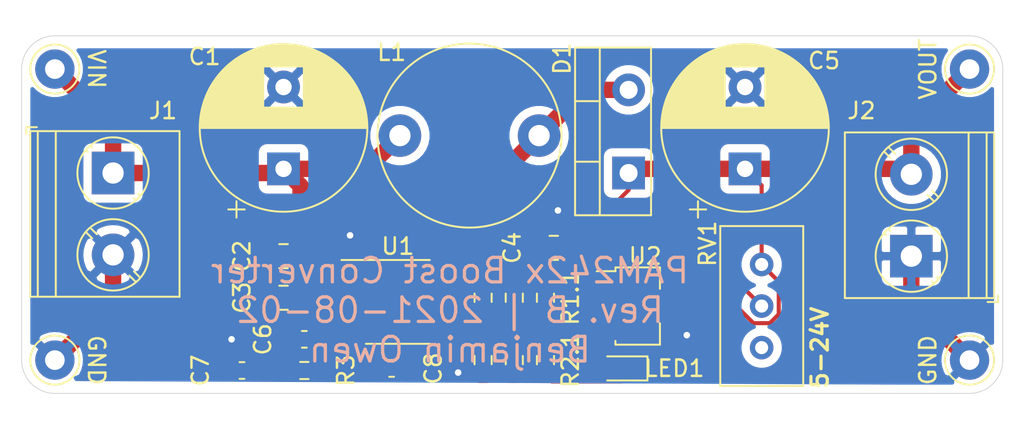
<source format=kicad_pcb>
(kicad_pcb (version 20211014) (generator pcbnew)
  (title_block (title "PAM242x Boost Converter") (date "2021-08-02") (rev "B") (company "Ben's Universe Electronics") (comment 1 "Benjamin Owen"))
  (layers (0 "F.Cu" signal) (31 "B.Cu" signal) (34 "B.Paste" user) (35 "F.Paste" user) (36 "B.SilkS" user "B.Silkscreen") (37 "F.SilkS" user "F.Silkscreen") (38 "B.Mask" user) (39 "F.Mask" user) (44 "Edge.Cuts" user))
  (net 0 "")
  (net 1 "GND")
  (net 2 "VIN")
  (net 3 "VOUT")
  (net 4 "Net-(C6-Pad1)")
  (net 5 "Net-(C7-Pad1)")
  (net 6 "Net-(C8-Pad1)")
  (net 7 "Net-(D1-Pad2)")
  (net 8 "Net-(LED1-Pad2)")
  (net 9 "Net-(R1.2-Pad1)")
  (net 10 "Net-(R1.3-Pad1)")
  (net 11 "Net-(R1.1-Pad1)")
  (net 12 "Net-(R1.1-Pad2)")
  (net 13 "Net-(R2.2-Pad2)")
  (net 14 "Net-(R2.1-Pad2)")
  (net 15 "Net-(RV1-Pad3)")
  (net 16 "Net-(U2-Pad3)")
  (footprint "Capacitor_THT:CP_Radial_D10.0mm_P5.00mm" (layer "F.Cu") (at 125.73 87.376 90)
    (fp_text reference "C1" (at 6.858 -4.826 180) (layer "F.SilkS"))
    (fp_text value "470uF")
    (pad "1" thru_hole rect locked (at 0 0 90) (size 2 2) (drill 1) (layers *.Cu *.Mask) (net 2 "VIN"))
    (pad "2" thru_hole circle locked (at 5 0 90) (size 2 2) (drill 1) (layers *.Cu *.Mask) (net 1 "GND"))
  )
  (footprint "Capacitor_SMD:C_0805_2012Metric_Pad1.18x1.45mm_HandSolder" (layer "F.Cu") (at 125.73 92.71 180)
    (fp_text reference "C2" (at 2.54 0 90) (layer "F.SilkS"))
    (fp_text value "10uF")
    (pad "1" smd roundrect locked (at -1.0375 0 180) (size 1.175 1.45) (layers "F.Cu" "F.Paste" "F.Mask") (roundrect_rratio 0.212766) (net 2 "VIN"))
    (pad "2" smd roundrect locked (at 1.0375 0 180) (size 1.175 1.45) (layers "F.Cu" "F.Paste" "F.Mask") (roundrect_rratio 0.212766) (net 1 "GND"))
  )
  (footprint "Capacitor_SMD:C_0805_2012Metric_Pad1.18x1.45mm_HandSolder" (layer "F.Cu") (at 125.73 95.25 180)
    (fp_text reference "C3" (at 2.54 0 90) (layer "F.SilkS"))
    (fp_text value "1uF")
    (pad "1" smd roundrect locked (at -1.0375 0 180) (size 1.175 1.45) (layers "F.Cu" "F.Paste" "F.Mask") (roundrect_rratio 0.212766) (net 2 "VIN"))
    (pad "2" smd roundrect locked (at 1.0375 0 180) (size 1.175 1.45) (layers "F.Cu" "F.Paste" "F.Mask") (roundrect_rratio 0.212766) (net 1 "GND"))
  )
  (footprint "Capacitor_SMD:C_0805_2012Metric_Pad1.18x1.45mm_HandSolder" (layer "F.Cu") (at 142.24 92.202 180)
    (fp_text reference "C4" (at 2.54 0 90) (layer "F.SilkS"))
    (fp_text value "10uF")
    (pad "1" smd roundrect locked (at -1.0375 0 180) (size 1.175 1.45) (layers "F.Cu" "F.Paste" "F.Mask") (roundrect_rratio 0.212766) (net 3 "VOUT"))
    (pad "2" smd roundrect locked (at 1.0375 0 180) (size 1.175 1.45) (layers "F.Cu" "F.Paste" "F.Mask") (roundrect_rratio 0.212766) (net 1 "GND"))
  )
  (footprint "Capacitor_THT:CP_Radial_D10.0mm_P5.00mm" (layer "F.Cu") (at 153.924 87.376 90)
    (fp_text reference "C5" (at 6.604 4.826 180) (layer "F.SilkS"))
    (fp_text value "470uF")
    (pad "1" thru_hole rect locked (at 0 0 90) (size 2 2) (drill 1) (layers *.Cu *.Mask) (net 3 "VOUT"))
    (pad "2" thru_hole circle locked (at 5 0 90) (size 2 2) (drill 1) (layers *.Cu *.Mask) (net 1 "GND"))
  )
  (footprint "Capacitor_SMD:C_0603_1608Metric_Pad1.08x0.95mm_HandSolder" (layer "F.Cu") (at 127 97.79 180)
    (fp_text reference "C6" (at 2.54 0 90) (layer "F.SilkS"))
    (fp_text value "47pF")
    (pad "1" smd roundrect locked (at -0.8625 0 180) (size 1.075 0.95) (layers "F.Cu" "F.Paste" "F.Mask") (net 4 "Net-(C6-Pad1)"))
    (pad "2" smd roundrect locked (at 0.8625 0 180) (size 1.075 0.95) (layers "F.Cu" "F.Paste" "F.Mask") (net 1 "GND"))
  )
  (footprint "Capacitor_SMD:C_0603_1608Metric_Pad1.08x0.95mm_HandSolder" (layer "F.Cu") (at 123.19 99.695 180)
    (fp_text reference "C7" (at 2.54 0 90) (layer "F.SilkS"))
    (fp_text value "2.2nF")
    (pad "1" smd roundrect locked (at -0.8625 0 180) (size 1.075 0.95) (layers "F.Cu" "F.Paste" "F.Mask") (net 5 "Net-(C7-Pad1)"))
    (pad "2" smd roundrect locked (at 0.8625 0 180) (size 1.075 0.95) (layers "F.Cu" "F.Paste" "F.Mask") (net 1 "GND"))
  )
  (footprint "Capacitor_SMD:C_0603_1608Metric_Pad1.08x0.95mm_HandSolder" (layer "F.Cu") (at 132.334 99.568)
    (fp_text reference "C8" (at 2.54 0 90) (layer "F.SilkS"))
    (fp_text value "10nF")
    (pad "1" smd roundrect locked (at -0.8625 0) (size 1.075 0.95) (layers "F.Cu" "F.Paste" "F.Mask") (net 6 "Net-(C8-Pad1)"))
    (pad "2" smd roundrect locked (at 0.8625 0) (size 1.075 0.95) (layers "F.Cu" "F.Paste" "F.Mask") (net 1 "GND"))
  )
  (footprint "Package_TO_SOT_THT:TO-220-2_Vertical" (layer "F.Cu") (at 146.812 87.63 90)
    (fp_text reference "D1" (at 6.985 -4.064 270) (layer "F.SilkS"))
    (fp_text value "D_Schottky")
    (pad "1" thru_hole rect locked (at 0 0 90) (size 2 2) (drill 1.1) (layers *.Cu *.Mask) (net 3 "VOUT"))
    (pad "2" thru_hole oval locked (at 5.08 0 90) (size 2 2) (drill 1.1) (layers *.Cu *.Mask) (net 7 "Net-(D1-Pad2)"))
  )
  (footprint "TerminalBlock_Phoenix:TerminalBlock_Phoenix_PT-1,5-2-5.0-H_1x02_P5.00mm_Horizontal" (layer "F.Cu") (at 115.316 87.63 -90)
    (fp_text reference "J1" (at -3.81 -3.048 180) (layer "F.SilkS"))
    (fp_text value "Screw terminal")
    (pad "1" thru_hole rect locked (at 0 0 270) (size 2.6 2.6) (drill 1.3) (layers *.Cu *.Mask) (net 2 "VIN"))
    (pad "2" thru_hole circle locked (at 5 0 270) (size 2.6 2.6) (drill 1.3) (layers *.Cu *.Mask) (net 1 "GND"))
  )
  (footprint "TerminalBlock_Phoenix:TerminalBlock_Phoenix_PT-1,5-2-5.0-H_1x02_P5.00mm_Horizontal" (layer "F.Cu") (at 164.084 92.71 90)
    (fp_text reference "J2" (at 8.89 -3.048 180) (layer "F.SilkS"))
    (fp_text value "Screw terminal")
    (pad "1" thru_hole rect locked (at 0 0 90) (size 2.6 2.6) (drill 1.3) (layers *.Cu *.Mask) (net 1 "GND"))
    (pad "2" thru_hole circle locked (at 5 0 90) (size 2.6 2.6) (drill 1.3) (layers *.Cu *.Mask) (net 3 "VOUT"))
  )
  (footprint "Connector_Pin:Pin_D1.0mm_L10.0mm_LooseFit" (layer "F.Cu") (at 111.76 81.28 90)
    (fp_text reference "VIN" (at 0 2.54 270 unlocked) (layer "F.SilkS"))
    (fp_text value "Pin header")
    (pad "1" thru_hole circle locked (at 0 0 90) (size 2.4 2.4) (drill 1.2) (layers *.Cu *.Mask) (net 2 "VIN"))
  )
  (footprint "Connector_Pin:Pin_D1.0mm_L10.0mm_LooseFit" (layer "F.Cu") (at 111.76 99.06 90)
    (fp_text reference "GND" (at 0 2.54 270 unlocked) (layer "F.SilkS"))
    (fp_text value "Pin header")
    (pad "1" thru_hole circle locked (at 0 0 90) (size 2.4 2.4) (drill 1.2) (layers *.Cu *.Mask) (net 1 "GND"))
  )
  (footprint "Connector_Pin:Pin_D1.0mm_L10.0mm_LooseFit" (layer "F.Cu") (at 167.64 81.28 -90)
    (fp_text reference "VOUT" (at 0 2.54 90) (layer "F.SilkS"))
    (fp_text value "Pin header")
    (pad "1" thru_hole circle locked (at 0 0 270) (size 2.4 2.4) (drill 1.2) (layers *.Cu *.Mask) (net 3 "VOUT"))
  )
  (footprint "Connector_Pin:Pin_D1.0mm_L10.0mm_LooseFit" (layer "F.Cu") (at 167.64 99.06 -90)
    (fp_text reference "GND" (at 0 2.54 90) (layer "F.SilkS"))
    (fp_text value "Pin header")
    (pad "1" thru_hole circle locked (at 0 0 270) (size 2.4 2.4) (drill 1.2) (layers *.Cu *.Mask) (net 1 "GND"))
  )
  (footprint "Inductor_THT:L_Radial_D11.0mm_P8.50mm" (layer "F.Cu") (at 132.842 85.344)
    (fp_text reference "L1" (at -0.508 -5.08) (layer "F.SilkS"))
    (fp_text value "6.8uH")
    (pad "1" thru_hole circle locked (at 0 0) (size 2.6 2.6) (drill 1.3) (layers *.Cu *.Mask) (net 2 "VIN"))
    (pad "2" thru_hole circle locked (at 8.5 0) (size 2.6 2.6) (drill 1.3) (layers *.Cu *.Mask) (net 7 "Net-(D1-Pad2)"))
  )
  (footprint "LED_SMD:LED_0603_1608Metric_Pad1.05x0.95mm_HandSolder" (layer "F.Cu") (at 146.304 99.568 180)
    (fp_text reference "LED1" (at -3.302 0 180) (layer "F.SilkS"))
    (fp_text value "GREEN")
    (pad "1" smd roundrect locked (at -0.875 0 180) (size 1.05 0.95) (layers "F.Cu" "F.Paste" "F.Mask") (net 1 "GND"))
    (pad "2" smd roundrect locked (at 0.875 0 180) (size 1.05 0.95) (layers "F.Cu" "F.Paste" "F.Mask") (net 8 "Net-(LED1-Pad2)"))
  )
  (footprint "Resistor_SMD:R_0603_1608Metric_Pad0.98x0.95mm_HandSolder" (layer "F.Cu") (at 141.732 95.25 -90)
    (fp_text reference "R1.3" hide)
    (fp_text value "10K")
    (pad "1" smd roundrect locked (at -0.9125 0 270) (size 0.975 0.95) (layers "F.Cu" "F.Paste" "F.Mask") (net 10 "Net-(R1.3-Pad1)"))
    (pad "2" smd roundrect locked (at 0.9125 0 270) (size 0.975 0.95) (layers "F.Cu" "F.Paste" "F.Mask") (net 9 "Net-(R1.2-Pad1)"))
  )
  (footprint "Resistor_SMD:R_0603_1608Metric_Pad0.98x0.95mm_HandSolder" (layer "F.Cu") (at 139.827 95.25 90)
    (fp_text reference "R1.2" hide)
    (fp_text value "9K1")
    (pad "1" smd roundrect locked (at -0.9125 0 90) (size 0.975 0.95) (layers "F.Cu" "F.Paste" "F.Mask") (net 9 "Net-(R1.2-Pad1)"))
    (pad "2" smd roundrect locked (at 0.9125 0 90) (size 0.975 0.95) (layers "F.Cu" "F.Paste" "F.Mask") (net 11 "Net-(R1.1-Pad1)"))
  )
  (footprint "Resistor_SMD:R_0603_1608Metric_Pad0.98x0.95mm_HandSolder" (layer "F.Cu") (at 137.922 95.25 -90)
    (fp_text reference "R1.1" (at 0 -5.334 90) (layer "F.SilkS"))
    (fp_text value "560")
    (pad "1" smd roundrect locked (at -0.9125 0 270) (size 0.975 0.95) (layers "F.Cu" "F.Paste" "F.Mask") (net 11 "Net-(R1.1-Pad1)"))
    (pad "2" smd roundrect locked (at 0.9125 0 270) (size 0.975 0.95) (layers "F.Cu" "F.Paste" "F.Mask") (net 12 "Net-(R1.1-Pad2)"))
  )
  (footprint "Resistor_SMD:R_0603_1608Metric_Pad0.98x0.95mm_HandSolder" (layer "F.Cu") (at 139.827 99.06 90)
    (fp_text reference "R2.2" hide)
    (fp_text value "1K3")
    (pad "1" smd roundrect locked (at -0.9125 0 90) (size 0.975 0.95) (layers "F.Cu" "F.Paste" "F.Mask") (net 14 "Net-(R2.1-Pad2)"))
    (pad "2" smd roundrect locked (at 0.9125 0 90) (size 0.975 0.95) (layers "F.Cu" "F.Paste" "F.Mask") (net 13 "Net-(R2.2-Pad2)"))
  )
  (footprint "Resistor_SMD:R_0603_1608Metric_Pad0.98x0.95mm_HandSolder" (layer "F.Cu") (at 141.732 99.06 -90)
    (fp_text reference "R2.3" hide)
    (fp_text value "5K1")
    (pad "1" smd roundrect locked (at -0.9125 0 270) (size 0.975 0.95) (layers "F.Cu" "F.Paste" "F.Mask") (net 13 "Net-(R2.2-Pad2)"))
    (pad "2" smd roundrect locked (at 0.9125 0 270) (size 0.975 0.95) (layers "F.Cu" "F.Paste" "F.Mask") (net 1 "GND"))
  )
  (footprint "Resistor_SMD:R_0603_1608Metric_Pad0.98x0.95mm_HandSolder" (layer "F.Cu") (at 137.922 99.06 -90)
    (fp_text reference "R2.1" (at 0 -5.334 -90) (layer "F.SilkS"))
    (fp_text value "240")
    (pad "1" smd roundrect locked (at -0.9125 0 270) (size 0.975 0.95) (layers "F.Cu" "F.Paste" "F.Mask") (net 12 "Net-(R1.1-Pad2)"))
    (pad "2" smd roundrect locked (at 0.9125 0 270) (size 0.975 0.95) (layers "F.Cu" "F.Paste" "F.Mask") (net 14 "Net-(R2.1-Pad2)"))
  )
  (footprint "Resistor_SMD:R_0603_1608Metric_Pad0.98x0.95mm_HandSolder" (layer "F.Cu") (at 127 99.695 180)
    (fp_text reference "R3" (at -2.54 0 90) (layer "F.SilkS"))
    (fp_text value "51K")
    (pad "1" smd roundrect locked (at -0.9125 0 180) (size 0.975 0.95) (layers "F.Cu" "F.Paste" "F.Mask") (net 4 "Net-(C6-Pad1)"))
    (pad "2" smd roundrect locked (at 0.9125 0 180) (size 0.975 0.95) (layers "F.Cu" "F.Paste" "F.Mask") (net 5 "Net-(C7-Pad1)"))
  )
  (footprint "Package_SO:SOP-8_3.9x4.9mm_P1.27mm" (layer "F.Cu") (at 132.715 95.504)
    (fp_text reference "U1" (at 0 -3.4) (layer "F.SilkS"))
    (fp_text value "PAM242x")
    (pad "1" smd roundrect locked (at -2.625 -1.905) (size 1.65 0.6) (layers "F.Cu" "F.Paste" "F.Mask") (net 1 "GND"))
    (pad "2" smd roundrect locked (at -2.625 -0.635) (size 1.65 0.6) (layers "F.Cu" "F.Paste" "F.Mask") (net 2 "VIN"))
    (pad "3" smd roundrect locked (at -2.625 0.635) (size 1.65 0.6) (layers "F.Cu" "F.Paste" "F.Mask") (net 2 "VIN"))
    (pad "4" smd roundrect locked (at -2.625 1.905) (size 1.65 0.6) (layers "F.Cu" "F.Paste" "F.Mask") (net 4 "Net-(C6-Pad1)"))
    (pad "5" smd roundrect locked (at 2.625 1.905) (size 1.65 0.6) (layers "F.Cu" "F.Paste" "F.Mask") (net 1 "GND"))
    (pad "6" smd roundrect locked (at 2.625 0.635) (size 1.65 0.6) (layers "F.Cu" "F.Paste" "F.Mask") (net 12 "Net-(R1.1-Pad2)"))
    (pad "7" smd roundrect locked (at 2.625 -0.635) (size 1.65 0.6) (layers "F.Cu" "F.Paste" "F.Mask") (net 6 "Net-(C8-Pad1)"))
    (pad "8" smd roundrect locked (at 2.625 -1.905) (size 1.65 0.6) (layers "F.Cu" "F.Paste" "F.Mask") (net 7 "Net-(D1-Pad2)"))
  )
  (footprint "Package_TO_SOT_SMD:SOT-89-3" (layer "F.Cu") (at 147.066 95.758)
    (fp_text reference "U2" (at 0.762 -3.048) (layer "F.SilkS"))
    (fp_text value "CL2N8-G")
    (pad "1" smd rect locked (at -1.65 -1.5) (size 1.3 0.9) (layers "F.Cu" "F.Paste" "F.Mask") (net 3 "VOUT"))
    (pad "2" smd custom locked (at -1.5625 0) (size 1.475 0.9) (layers "F.Cu" "F.Paste" "F.Mask") (net 8 "Net-(LED1-Pad2)") (options (clearance outline) (anchor rect)) (primitives (gr_poly (pts (xy 3.8625 0.8665) (xy 0.7375 0.8665) (xy 0.7375 -0.8665) (xy 3.8625 -0.8665)) (width 0) (fill yes))))
    (pad "3" smd rect locked (at -1.65 1.5) (size 1.3 0.9) (layers "F.Cu" "F.Paste" "F.Mask") (net 16 "Net-(U2-Pad3)"))
  )
  (footprint "Potentiometer_THT:Potentiometer_Bourns_3296W_Vertical" (layer "F.Cu") (at 154.94 93.218 90)
    (fp_text reference "RV1" (at 1.27 -3.302 90) (layer "F.SilkS"))
    (fp_text value "100K")
    (pad "1" thru_hole circle locked (at 0 0 90) (size 1.44 1.44) (drill 0.8) (layers *.Cu *.Mask) (net 3 "VOUT"))
    (pad "2" thru_hole circle locked (at -2.54 0 90) (size 1.44 1.44) (drill 0.8) (layers *.Cu *.Mask) (net 10 "Net-(R1.3-Pad1)"))
    (pad "3" thru_hole circle locked (at -5.08 0 90) (size 1.44 1.44) (drill 0.8) (layers *.Cu *.Mask) (net 15 "Net-(RV1-Pad3)"))
  )
  (gr_arc (start 167.64 79.248) (mid 169.076841 79.843159) (end 169.672 81.28) (layer "Edge.Cuts") (width 0.05))
  (gr_arc (start 111.76 101.092) (mid 110.323159 100.496841) (end 109.728 99.06) (layer "Edge.Cuts") (width 0.05))
  (gr_arc (start 109.728 81.28) (mid 110.323159 79.843159) (end 111.76 79.248) (layer "Edge.Cuts") (width 0.05))
  (gr_arc (start 169.672 99.06) (mid 169.076841 100.496841) (end 167.64 101.092) (layer "Edge.Cuts") (width 0.05))
  (gr_line (start 167.64 79.248) (end 111.76 79.248) (layer "Edge.Cuts") (width 0.05))
  (gr_line (start 111.76 101.092) (end 167.64 101.092) (layer "Edge.Cuts") (width 0.05))
  (gr_line (start 169.672 99.06) (end 169.672 81.28) (layer "Edge.Cuts") (width 0.05))
  (gr_line (start 109.728 81.28) (end 109.728 99.06) (layer "Edge.Cuts") (width 0.05))
  (gr_text "PAM242x Boost Converter\nRev. B | 2021-08-02\nBenjamin Owen" (at 135.89 96.012) (layer "B.SilkS") (effects (font (size 1.5 1.5) (thickness 0.2)) (justify mirror)))
  (gr_text "5-24V" (at 158.496 98.298 90) (layer "F.SilkS") (effects (font (size 1 1) (thickness 0.2))))
  (segment (start 146.37899 100.36801) (end 147.179 99.568) (width 0.25) (layer "F.Cu") (net 1))
  (segment (start 135.34 97.409) (end 135.34 98.764) (width 1) (layer "F.Cu") (net 1))
  (segment (start 164.084 95.504) (end 167.64 99.06) (width 1) (layer "F.Cu") (net 1))
  (segment (start 124.6925 95.6525) (end 124.6925 95.25) (width 0.25) (layer "F.Cu") (net 1))
  (segment (start 147.179 99.568) (end 148.336 99.568) (width 0.25) (layer "F.Cu") (net 1))
  (segment (start 148.336 99.568) (end 150.368 97.536) (width 0.25) (layer "F.Cu") (net 1))
  (segment (start 141.2025 91.2075) (end 142.494 89.916) (width 0.25) (layer "F.Cu") (net 1))
  (segment (start 124.6925 92.71) (end 124.6925 95.25) (width 0.25) (layer "F.Cu") (net 1))
  (segment (start 142.12751 100.36801) (end 146.37899 100.36801) (width 0.25) (layer "F.Cu") (net 1))
  (segment (start 115.316 95.504) (end 111.76 99.06) (width 1) (layer "F.Cu") (net 1))
  (segment (start 122.555 97.79) (end 124.6925 95.6525) (width 0.25) (layer "F.Cu") (net 1))
  (segment (start 164.084 92.71) (end 164.084 95.504) (width 1) (layer "F.Cu") (net 1))
  (segment (start 141.2025 92.202) (end 141.2025 91.2075) (width 0.25) (layer "F.Cu") (net 1))
  (segment (start 130.09 91.736) (end 129.794 91.44) (width 1) (layer "F.Cu") (net 1))
  (segment (start 115.316 92.63) (end 115.316 95.504) (width 1) (layer "F.Cu") (net 1))
  (segment (start 141.732 99.9725) (end 142.12751 100.36801) (width 0.25) (layer "F.Cu") (net 1))
  (segment (start 135.34 98.764) (end 136.398 99.822) (width 1) (layer "F.Cu") (net 1))
  (segment (start 130.09 93.599) (end 130.09 91.736) (width 1) (layer "F.Cu") (net 1))
  (segment (start 136.398 99.822) (end 133.4505 99.822) (width 0.25) (layer "F.Cu") (net 1))
  (segment (start 122.3275 98.0175) (end 122.555 97.79) (width 0.25) (layer "F.Cu") (net 1))
  (segment (start 133.4505 99.822) (end 133.1965 99.568) (width 0.25) (layer "F.Cu") (net 1))
  (segment (start 126.1375 97.79) (end 122.555 97.79) (width 0.25) (layer "F.Cu") (net 1))
  (segment (start 122.3275 99.695) (end 122.3275 98.0175) (width 0.25) (layer "F.Cu") (net 1))
  (via (at 150.368 97.536) (size 0.8) (drill 0.4) (layers "F.Cu" "B.Cu") (net 1))
  (via (at 142.494 89.916) (size 0.8) (drill 0.4) (layers "F.Cu" "B.Cu") (net 1))
  (via (at 122.555 97.79) (size 0.8) (drill 0.4) (layers "F.Cu" "B.Cu") (net 1))
  (via (at 129.794 91.44) (size 0.8) (drill 0.4) (layers "F.Cu" "B.Cu") (net 1))
  (via (at 136.398 99.822) (size 0.8) (drill 0.4) (layers "F.Cu" "B.Cu") (net 1))
  (segment (start 115.316 84.836) (end 111.76 81.28) (width 1) (layer "F.Cu") (net 2))
  (segment (start 125.73 87.376) (end 126.7675 88.4135) (width 1) (layer "F.Cu") (net 2))
  (segment (start 126.7675 95.25) (end 129.709 95.25) (width 1) (layer "F.Cu") (net 2))
  (segment (start 125.73 87.376) (end 130.81 87.376) (width 1) (layer "F.Cu") (net 2))
  (segment (start 129.709 95.25) (end 130.09 94.869) (width 1) (layer "F.Cu") (net 2))
  (segment (start 126.7675 92.71) (end 126.7675 95.25) (width 1) (layer "F.Cu") (net 2))
  (segment (start 130.09 94.869) (end 130.09 96.139) (width 1) (layer "F.Cu") (net 2))
  (segment (start 115.316 87.63) (end 125.476 87.63) (width 1) (layer "F.Cu") (net 2))
  (segment (start 126.7675 95.25) (end 129.201 95.25) (width 1) (layer "F.Cu") (net 2))
  (segment (start 130.81 87.376) (end 132.842 85.344) (width 1) (layer "F.Cu") (net 2))
  (segment (start 129.201 95.25) (end 130.09 96.139) (width 1) (layer "F.Cu") (net 2))
  (segment (start 115.316 87.63) (end 115.316 84.836) (width 1) (layer "F.Cu") (net 2))
  (segment (start 125.476 87.63) (end 125.73 87.376) (width 1) (layer "F.Cu") (net 2))
  (segment (start 126.7675 88.4135) (end 126.7675 92.71) (width 1) (layer "F.Cu") (net 2))
  (segment (start 155.441601 96.803001) (end 155.985001 96.259601) (width 0.25) (layer "F.Cu") (net 3))
  (segment (start 164.084 87.71) (end 164.084 84.836) (width 1) (layer "F.Cu") (net 3))
  (segment (start 153.924 87.376) (end 163.75 87.376) (width 1) (layer "F.Cu") (net 3))
  (segment (start 154.94 88.392) (end 153.924 87.376) (width 0.25) (layer "F.Cu") (net 3))
  (segment (start 147.066 87.376) (end 146.812 87.63) (width 1) (layer "F.Cu") (net 3))
  (segment (start 146.812 87.63) (end 146.812 88.6675) (width 0.25) (layer "F.Cu") (net 3))
  (segment (start 154.94 93.218) (end 154.94 88.392) (width 0.25) (layer "F.Cu") (net 3))
  (segment (start 145.416 94.258) (end 151.893398 94.258) (width 0.25) (layer "F.Cu") (net 3))
  (segment (start 154.438399 96.803001) (end 155.441601 96.803001) (width 0.25) (layer "F.Cu") (net 3))
  (segment (start 155.985001 94.263001) (end 154.94 93.218) (width 0.25) (layer "F.Cu") (net 3))
  (segment (start 153.924 87.376) (end 147.066 87.376) (width 1) (layer "F.Cu") (net 3))
  (segment (start 163.75 87.376) (end 164.084 87.71) (width 1) (layer "F.Cu") (net 3))
  (segment (start 164.084 84.836) (end 167.64 81.28) (width 1) (layer "F.Cu") (net 3))
  (segment (start 146.812 88.6675) (end 143.2775 92.202) (width 0.25) (layer "F.Cu") (net 3))
  (segment (start 151.893398 94.258) (end 154.438399 96.803001) (width 0.25) (layer "F.Cu") (net 3))
  (segment (start 155.985001 96.259601) (end 155.985001 94.263001) (width 0.25) (layer "F.Cu") (net 3))
  (segment (start 128.2435 97.409) (end 127.8625 97.79) (width 0.25) (layer "F.Cu") (net 4))
  (segment (start 127.8625 99.645) (end 127.9125 99.695) (width 0.25) (layer "F.Cu") (net 4))
  (segment (start 130.09 97.409) (end 128.2435 97.409) (width 0.25) (layer "F.Cu") (net 4))
  (segment (start 127.8625 97.79) (end 127.8625 99.645) (width 0.25) (layer "F.Cu") (net 4))
  (segment (start 126.0875 99.695) (end 124.0525 99.695) (width 0.25) (layer "F.Cu") (net 5))
  (segment (start 134.515 94.869) (end 131.4715 97.9125) (width 0.25) (layer "F.Cu") (net 6))
  (segment (start 135.34 94.869) (end 134.515 94.869) (width 0.25) (layer "F.Cu") (net 6))
  (segment (start 131.4715 97.9125) (end 131.4715 99.568) (width 0.25) (layer "F.Cu") (net 6))
  (segment (start 135.15 94.869) (end 135.975 94.869) (width 0.25) (layer "F.Cu") (net 6))
  (segment (start 135.34 93.599) (end 135.34 91.346) (width 1) (layer "F.Cu") (net 7))
  (segment (start 135.34 91.346) (end 141.342 85.344) (width 1) (layer "F.Cu") (net 7))
  (segment (start 144.136 82.55) (end 141.342 85.344) (width 1) (layer "F.Cu") (net 7))
  (segment (start 146.812 82.55) (end 144.136 82.55) (width 1) (layer "F.Cu") (net 7))
  (segment (start 144.440999 98.579999) (end 145.429 99.568) (width 0.25) (layer "F.Cu") (net 8))
  (segment (start 144.766 95.758) (end 144.440999 96.083001) (width 0.25) (layer "F.Cu") (net 8))
  (segment (start 145.5035 95.758) (end 144.766 95.758) (width 0.25) (layer "F.Cu") (net 8))
  (segment (start 144.440999 96.083001) (end 144.440999 98.579999) (width 0.25) (layer "F.Cu") (net 8))
  (segment (start 141.732 96.1625) (end 139.827 96.1625) (width 0.25) (layer "F.Cu") (net 9))
  (segment (start 152.664999 93.482999) (end 154.94 95.758) (width 0.25) (layer "F.Cu") (net 10))
  (segment (start 141.732 94.3375) (end 142.586501 93.482999) (width 0.25) (layer "F.Cu") (net 10))
  (segment (start 142.586501 93.482999) (end 152.664999 93.482999) (width 0.25) (layer "F.Cu") (net 10))
  (segment (start 139.827 94.3375) (end 137.922 94.3375) (width 0.25) (layer "F.Cu") (net 11))
  (segment (start 137.8985 96.139) (end 137.922 96.1625) (width 0.25) (layer "F.Cu") (net 12))
  (segment (start 135.34 96.139) (end 137.8985 96.139) (width 0.25) (layer "F.Cu") (net 12))
  (segment (start 137.922 96.1625) (end 137.922 98.1475) (width 0.25) (layer "F.Cu") (net 12))
  (segment (start 139.827 98.1475) (end 141.732 98.1475) (width 0.25) (layer "F.Cu") (net 13))
  (segment (start 137.922 99.9725) (end 139.827 99.9725) (width 0.25) (layer "F.Cu") (net 14))
  (zone (net 1) (net_name "GND") (layer "B.Cu") (connect_pads (clearance 0.508)) (min_thickness 0.254) (fill yes (thermal_gap 0.508) (thermal_bridge_width 0.508))
    (polygon (pts (xy 169.164 100.584) (xy 110.236 100.33) (xy 110.236 80.01) (xy 169.164 80.01)))
  )
)
</source>
